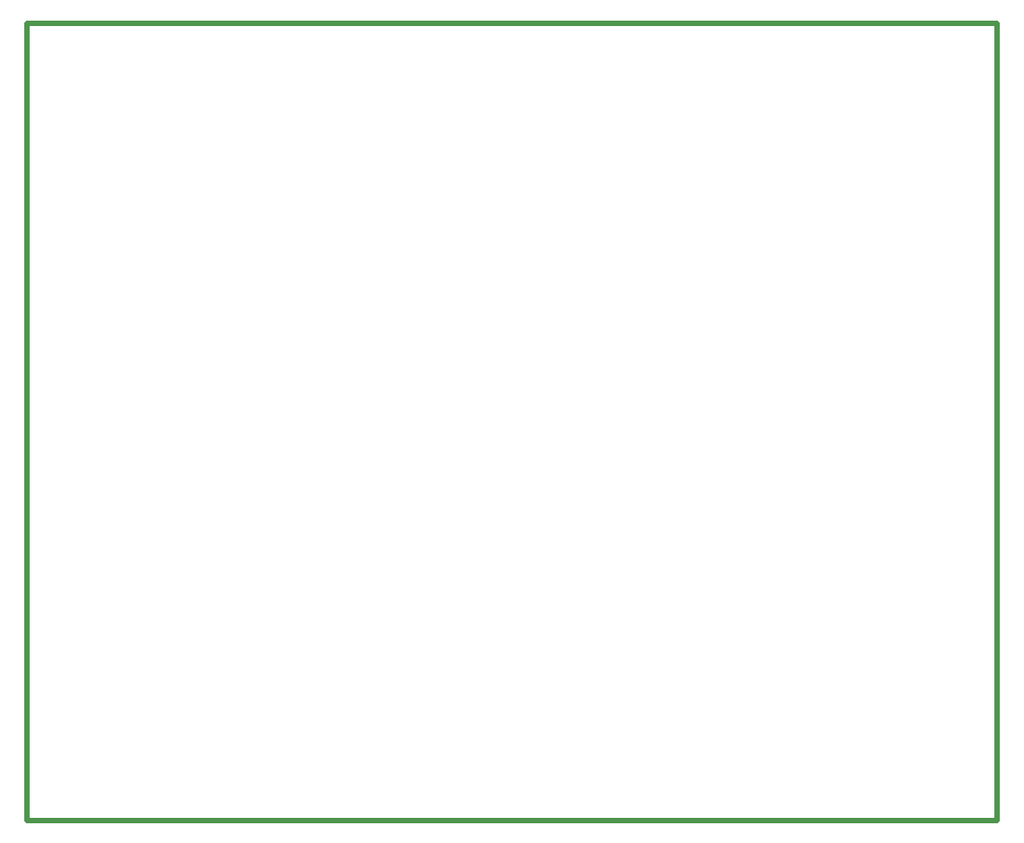
<source format=gko>
G04*
G04 #@! TF.GenerationSoftware,Altium Limited,Altium Designer,18.1.9 (240)*
G04*
G04 Layer_Color=16711935*
%FSLAX24Y24*%
%MOIN*%
G70*
G01*
G75*
%ADD20C,0.0200*%
D20*
X0Y29600D02*
X36000D01*
Y0D02*
Y29600D01*
X0Y0D02*
X36000D01*
X0Y50D02*
Y29600D01*
Y50D02*
X50Y0D01*
M02*

</source>
